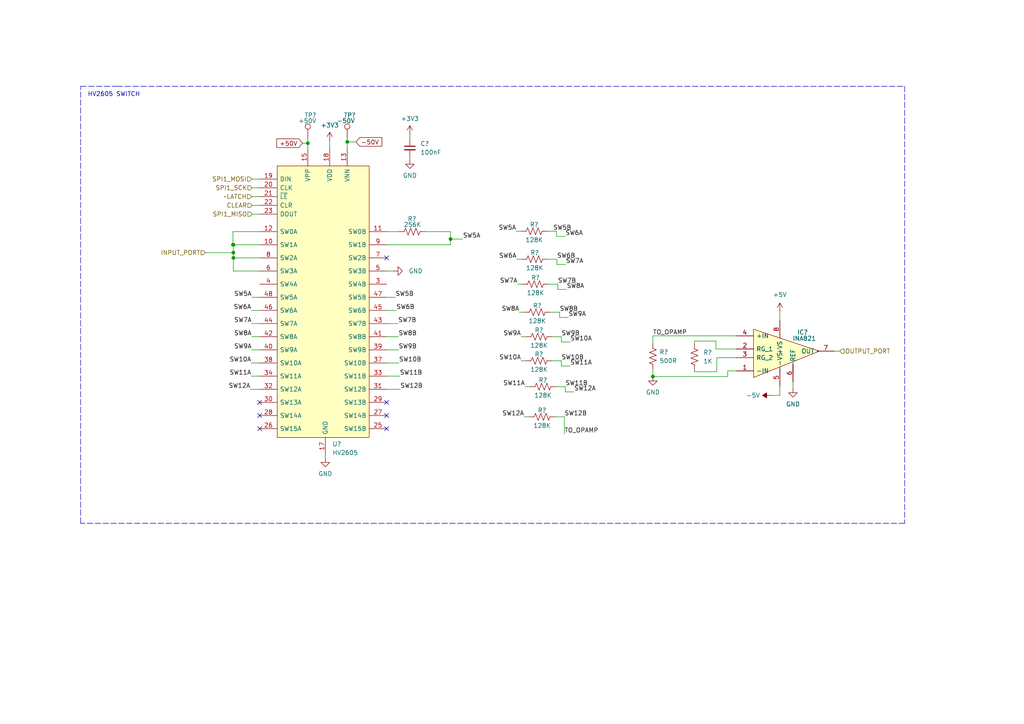
<source format=kicad_sch>
(kicad_sch (version 20211123) (generator eeschema)
  (paper "A4")
  (lib_symbols
    (symbol "Connector:TestPoint" (pin_numbers hide) (pin_names (offset 0.762) hide)
      (property "Reference" "TP" (at 0 6.858 0))
      (property "Value" "TestPoint" (at 0 5.08 0))
      (symbol "TestPoint_0_1"
        (circle (center 0 3.302) (radius 0.762))
      )
      (symbol "TestPoint_1_1"
        (pin passive line (at 0 0 90) (length 2.54) (name "1") (number "1"))
      )
    )
    (symbol "Device:C_Small" (pin_numbers hide) (pin_names (offset 0.254) hide)
      (property "Reference" "C" (at 0.254 1.778 0))
      (property "Value" "C_Small" (at 0.254 -2.032 0))
      (symbol "C_Small_0_1"
        (polyline (pts (xy -1.524 -0.508) (xy 1.524 -0.508)) (stroke (width 0.3302)))
        (polyline (pts (xy -1.524 0.508) (xy 1.524 0.508)) (stroke (width 0.3048)))
      )
      (symbol "C_Small_1_1"
        (pin passive line (at 0 2.54 270) (length 2.032) (name "~") (number "1"))
        (pin passive line (at 0 -2.54 90) (length 2.032) (name "~") (number "2"))
      )
    )
    (symbol "Device:R_US" (pin_numbers hide) (pin_names (offset 0))
      (property "Reference" "R" (at 2.54 0 90))
      (property "Value" "R_US" (at -2.54 0 90))
      (symbol "R_US_0_1"
        (polyline (pts (xy 0 -2.286) (xy 0 -2.54)))
        (polyline (pts (xy 0 2.286) (xy 0 2.54)))
        (polyline (pts (xy 0 -0.762) (xy 1.016 -1.143) (xy 0 -1.524) (xy -1.016 -1.905) (xy 0 -2.286)))
        (polyline (pts (xy 0 0.762) (xy 1.016 0.381) (xy 0 0) (xy -1.016 -0.381) (xy 0 -0.762)))
        (polyline (pts (xy 0 2.286) (xy 1.016 1.905) (xy 0 1.524) (xy -1.016 1.143) (xy 0 0.762)))
      )
      (symbol "R_US_1_1"
        (pin passive line (at 0 3.81 270) (length 1.27) (name "~") (number "1"))
        (pin passive line (at 0 -3.81 90) (length 1.27) (name "~") (number "2"))
      )
    )
    (symbol "GCL_Integrated-Circuits:HV2605" (pin_names (offset 0.762))
      (property "Reference" "U" (at -52.07 -3.81 0))
      (property "Value" "HV2605" (at -52.07 -6.35 0))
      (symbol "HV2605_0_0"
        (pin no_connect line (at -16.51 -21.59 180) (length 5.08) hide (name "NC_1") (number "1"))
        (pin passive line (at -53.34 -36.83 0) (length 5.08) (name "SW1A") (number "10"))
        (pin passive line (at -16.51 -33.02 180) (length 5.08) (name "SW0B") (number "11"))
        (pin passive line (at -53.34 -33.02 0) (length 5.08) (name "SW0A") (number "12"))
        (pin passive line (at -27.94 -8.89 270) (length 5.08) (name "VNN") (number "13"))
        (pin no_connect line (at -16.51 -26.67 180) (length 5.08) hide (name "NC_3") (number "14"))
        (pin passive line (at -39.37 -8.89 270) (length 5.08) (name "VPP") (number "15"))
        (pin no_connect line (at -16.51 -29.21 180) (length 5.08) hide (name "NC_4") (number "16"))
        (pin passive line (at -34.29 -97.79 90) (length 5.08) (name "GND") (number "17"))
        (pin passive line (at -33.02 -8.89 270) (length 5.08) (name "VDD") (number "18"))
        (pin passive line (at -53.34 -17.78 0) (length 5.08) (name "DIN") (number "19"))
        (pin no_connect line (at -16.51 -24.13 180) (length 5.08) hide (name "NC_2") (number "2"))
        (pin passive line (at -53.34 -20.32 0) (length 5.08) (name "CLK") (number "20"))
        (pin passive line (at -53.34 -22.86 0) (length 5.08) (name "~{LE}") (number "21"))
        (pin passive line (at -53.34 -25.4 0) (length 5.08) (name "CLR") (number "22"))
        (pin passive line (at -53.34 -27.94 0) (length 5.08) (name "DOUT") (number "23"))
        (pin passive line (at -16.51 -90.17 180) (length 5.08) (name "SW15B") (number "25"))
        (pin passive line (at -53.34 -90.17 0) (length 5.08) (name "SW15A") (number "26"))
        (pin passive line (at -16.51 -86.36 180) (length 5.08) (name "SW14B") (number "27"))
        (pin passive line (at -53.34 -86.36 0) (length 5.08) (name "SW14A") (number "28"))
        (pin passive line (at -16.51 -82.55 180) (length 5.08) (name "SW13B") (number "29"))
        (pin passive line (at -16.51 -48.26 180) (length 5.08) (name "SW4B") (number "3"))
        (pin passive line (at -53.34 -82.55 0) (length 5.08) (name "SW13A") (number "30"))
        (pin passive line (at -16.51 -78.74 180) (length 5.08) (name "SW12B") (number "31"))
        (pin passive line (at -53.34 -78.74 0) (length 5.08) (name "SW12A") (number "32"))
        (pin passive line (at -16.51 -74.93 180) (length 5.08) (name "SW11B") (number "33"))
        (pin passive line (at -53.34 -74.93 0) (length 5.08) (name "SW11A") (number "34"))
        (pin no_connect line (at -16.51 -16.51 180) (length 5.08) hide (name "NC_6") (number "35"))
        (pin no_connect line (at -24.13 -8.89 270) (length 5.08) hide (name "NC_7") (number "36"))
        (pin passive line (at -16.51 -71.12 180) (length 5.08) (name "SW10B") (number "37"))
        (pin passive line (at -53.34 -71.12 0) (length 5.08) (name "SW10A") (number "38"))
        (pin passive line (at -16.51 -67.31 180) (length 5.08) (name "SW9B") (number "39"))
        (pin passive line (at -53.34 -48.26 0) (length 5.08) (name "SW4A") (number "4"))
        (pin passive line (at -53.34 -67.31 0) (length 5.08) (name "SW9A") (number "40"))
        (pin passive line (at -16.51 -63.5 180) (length 5.08) (name "SW8B") (number "41"))
        (pin passive line (at -53.34 -63.5 0) (length 5.08) (name "SW8A") (number "42"))
        (pin passive line (at -16.51 -59.69 180) (length 5.08) (name "SW7B") (number "43"))
        (pin passive line (at -53.34 -59.69 0) (length 5.08) (name "SW7A") (number "44"))
        (pin passive line (at -16.51 -55.88 180) (length 5.08) (name "SW6B") (number "45"))
        (pin passive line (at -53.34 -55.88 0) (length 5.08) (name "SW6A") (number "46"))
        (pin passive line (at -16.51 -52.07 180) (length 5.08) (name "SW5B") (number "47"))
        (pin passive line (at -53.34 -52.07 0) (length 5.08) (name "SW5A") (number "48"))
        (pin passive line (at -16.51 -44.45 180) (length 5.08) (name "SW3B") (number "5"))
        (pin passive line (at -53.34 -44.45 0) (length 5.08) (name "SW3A") (number "6"))
        (pin passive line (at -16.51 -40.64 180) (length 5.08) (name "SW2B") (number "7"))
        (pin passive line (at -53.34 -40.64 0) (length 5.08) (name "SW2A") (number "8"))
        (pin passive line (at -16.51 -36.83 180) (length 5.08) (name "SW1B") (number "9"))
      )
      (symbol "HV2605_0_1"
        (rectangle (start -48.26 -13.97) (end -21.59 -92.71) (fill (type background)))
        (pin no_connect line (at -16.51 -19.05 180) (length 5.08) hide (name "NC_5") (number "24"))
      )
    )
    (symbol "GCL_Integrated-Circuits:INA821" (pin_names (offset 0.762))
      (property "Reference" "IC" (at 24.13 7.62 0))
      (property "Value" "INA821" (at 24.13 5.08 0))
      (symbol "INA821_0_0"
        (pin input line (at 0 -9.525 0) (length 5.08) (name "-IN") (number "1"))
        (pin passive line (at 0 -3.175 0) (length 5.08) (name "RG_1") (number "2"))
        (pin passive line (at 0 -5.715 0) (length 5.08) (name "RG_2") (number "3"))
        (pin input line (at 0 0.635 0) (length 5.08) (name "+IN") (number "4"))
        (pin power_in line (at 12.7 -13.97 90) (length 5.08) (name "-VS") (number "5"))
        (pin passive line (at 16.51 -12.7 90) (length 5.08) (name "REF") (number "6"))
        (pin output line (at 28.575 -3.81 180) (length 5.08) (name "OUT") (number "7"))
        (pin power_in line (at 12.7 5.08 270) (length 5.08) (name "+VS") (number "8"))
      )
      (symbol "INA821_0_1"
        (polyline (pts (xy 5.08 2.54) (xy 5.08 -11.43)))
        (polyline (pts (xy 12.7 -10.16) (xy 12.7 -8.89)))
        (polyline (pts (xy 12.7 -8.89) (xy 12.7 -8.255)))
        (polyline (pts (xy 16.51 -10.16) (xy 16.51 -6.985)))
        (polyline (pts (xy 5.08 2.54) (xy 24.13 -3.81) (xy 5.08 -11.43)) (fill (type background)))
      )
    )
    (symbol "power:+3.3V" (power) (pin_names (offset 0))
      (property "Value" "+3.3V" (at 0 3.556 0))
      (symbol "+3.3V_0_1"
        (polyline (pts (xy -0.762 1.27) (xy 0 2.54)))
        (polyline (pts (xy 0 0) (xy 0 2.54)))
        (polyline (pts (xy 0 2.54) (xy 0.762 1.27)))
      )
      (symbol "+3.3V_1_1"
        (pin power_in line (at 0 0 90) (length 0) hide (name "+3V3") (number "1"))
      )
    )
    (symbol "power:+5V" (power) (pin_names (offset 0))
      (property "Value" "+5V" (at 0 3.556 0))
      (symbol "+5V_0_1"
        (polyline (pts (xy -0.762 1.27) (xy 0 2.54)))
        (polyline (pts (xy 0 0) (xy 0 2.54)))
        (polyline (pts (xy 0 2.54) (xy 0.762 1.27)))
      )
      (symbol "+5V_1_1"
        (pin power_in line (at 0 0 90) (length 0) hide (name "+5V") (number "1"))
      )
    )
    (symbol "power:-5V" (power) (pin_names (offset 0))
      (property "Value" "-5V" (at 0 3.81 0))
      (symbol "-5V_0_0"
        (pin power_in line (at 0 0 90) (length 0) hide (name "-5V") (number "1"))
      )
      (symbol "-5V_0_1"
        (polyline (pts (xy 0 0) (xy 0 1.27) (xy 0.762 1.27) (xy 0 2.54) (xy -0.762 1.27) (xy 0 1.27)) (fill (type outline)))
      )
    )
    (symbol "power:GND" (power) (pin_names (offset 0))
      (property "Value" "GND" (at 0 -3.81 0))
      (symbol "GND_0_1"
        (polyline (pts (xy 0 0) (xy 0 -1.27) (xy 1.27 -1.27) (xy 0 -2.54) (xy -1.27 -1.27) (xy 0 -1.27)))
      )
      (symbol "GND_1_1"
        (pin power_in line (at 0 0 270) (length 0) hide (name "GND") (number "1"))
      )
    )
  )
  (junction (at 189.357 109.22))
  (junction (at 100.711 41.148))
  (junction (at 67.564 70.993))
  (junction (at 67.691 74.803))
  (junction (at 67.691 73.279))
  (junction (at 130.683 69.342))
  (junction (at 67.691 70.993))
  (junction (at 89.281 41.529))
  (no_connect (at 75.311 116.713))
  (no_connect (at 75.311 120.523))
  (no_connect (at 75.311 124.333))
  (no_connect (at 112.141 116.713))
  (no_connect (at 112.141 124.333))
  (no_connect (at 112.141 120.523))
  (no_connect (at 112.141 74.803))
  (wire (pts (xy 163.703 120.904) (xy 163.703 125.857)))
  (wire (pts (xy 158.877 75.184) (xy 161.544 75.184)))
  (wire (pts (xy 150.114 82.423) (xy 151.511 82.423)))
  (wire (pts (xy 73.025 86.233) (xy 75.311 86.233)))
  (wire (pts (xy 73.025 101.473) (xy 75.311 101.473)))
  (wire (pts (xy 67.691 70.993) (xy 67.691 73.279)))
  (wire (pts (xy 67.691 74.803) (xy 75.311 74.803)))
  (wire (pts (xy 189.357 109.22) (xy 189.357 107.188)))
  (wire (pts (xy 150.622 90.551) (xy 152.019 90.551)))
  (wire (pts (xy 162.306 90.551) (xy 162.306 92.075)))
  (wire (pts (xy 73.152 62.103) (xy 75.311 62.103)))
  (wire (pts (xy 100.711 41.148) (xy 100.711 43.053)))
  (wire (pts (xy 211.074 107.569) (xy 211.074 109.22)))
  (wire (pts (xy 112.141 78.613) (xy 114.173 78.613)))
  (polyline (pts (xy 23.368 25.019) (xy 34.544 25.019)))
  (wire (pts (xy 207.645 98.933) (xy 207.645 101.219)))
  (wire (pts (xy 159.639 90.551) (xy 162.306 90.551)))
  (wire (pts (xy 130.683 69.342) (xy 134.239 69.342)))
  (wire (pts (xy 151.13 97.663) (xy 152.527 97.663)))
  (wire (pts (xy 161.798 83.947) (xy 164.338 83.947)))
  (wire (pts (xy 112.141 86.233) (xy 114.681 86.233)))
  (wire (pts (xy 211.074 109.22) (xy 189.357 109.22)))
  (polyline (pts (xy 23.368 151.765) (xy 23.368 25.019)))
  (wire (pts (xy 72.644 112.903) (xy 75.311 112.903)))
  (wire (pts (xy 67.564 70.993) (xy 67.564 67.183)))
  (wire (pts (xy 152.019 120.904) (xy 153.416 120.904)))
  (wire (pts (xy 130.683 69.342) (xy 130.683 67.183)))
  (wire (pts (xy 118.872 38.989) (xy 118.872 40.386)))
  (wire (pts (xy 67.564 67.183) (xy 75.311 67.183)))
  (wire (pts (xy 89.281 40.005) (xy 89.281 41.529)))
  (wire (pts (xy 161.544 76.708) (xy 164.084 76.708)))
  (polyline (pts (xy 262.382 151.765) (xy 23.368 151.765)))
  (wire (pts (xy 161.29 112.141) (xy 163.957 112.141)))
  (wire (pts (xy 67.691 73.279) (xy 67.691 74.803)))
  (wire (pts (xy 226.187 90.424) (xy 226.187 92.964)))
  (wire (pts (xy 112.141 67.183) (xy 115.697 67.183)))
  (wire (pts (xy 112.141 93.853) (xy 115.443 93.853)))
  (wire (pts (xy 242.062 101.854) (xy 243.586 101.854)))
  (wire (pts (xy 149.86 75.184) (xy 151.257 75.184)))
  (wire (pts (xy 112.141 70.993) (xy 130.683 70.993)))
  (wire (pts (xy 189.357 97.409) (xy 213.487 97.409)))
  (wire (pts (xy 72.898 109.093) (xy 75.311 109.093)))
  (wire (pts (xy 207.645 101.219) (xy 213.487 101.219)))
  (wire (pts (xy 72.898 90.043) (xy 75.311 90.043)))
  (wire (pts (xy 160.147 97.663) (xy 162.814 97.663)))
  (wire (pts (xy 207.899 103.759) (xy 207.899 107.823)))
  (wire (pts (xy 163.957 113.665) (xy 166.497 113.665)))
  (wire (pts (xy 213.487 107.569) (xy 211.074 107.569)))
  (wire (pts (xy 163.957 112.141) (xy 163.957 113.665)))
  (wire (pts (xy 201.422 107.315) (xy 201.422 107.823)))
  (wire (pts (xy 161.798 82.423) (xy 161.798 83.947)))
  (polyline (pts (xy 33.909 25.019) (xy 262.382 25.019)))
  (wire (pts (xy 112.141 101.473) (xy 115.57 101.473)))
  (wire (pts (xy 112.141 109.093) (xy 115.951 109.093)))
  (wire (pts (xy 73.152 54.483) (xy 75.311 54.483)))
  (wire (pts (xy 112.141 90.043) (xy 114.935 90.043)))
  (wire (pts (xy 162.814 99.187) (xy 165.354 99.187)))
  (wire (pts (xy 100.711 40.005) (xy 100.711 41.148)))
  (wire (pts (xy 73.025 57.023) (xy 75.311 57.023)))
  (wire (pts (xy 159.131 82.423) (xy 161.798 82.423)))
  (wire (pts (xy 130.683 70.993) (xy 130.683 69.342)))
  (wire (pts (xy 161.417 68.58) (xy 163.957 68.58)))
  (wire (pts (xy 112.141 105.283) (xy 115.697 105.283)))
  (wire (pts (xy 207.899 107.823) (xy 201.422 107.823)))
  (wire (pts (xy 73.025 97.663) (xy 75.311 97.663)))
  (wire (pts (xy 162.306 92.075) (xy 164.846 92.075)))
  (wire (pts (xy 226.187 114.681) (xy 226.187 112.014)))
  (wire (pts (xy 95.631 40.894) (xy 95.631 43.053)))
  (wire (pts (xy 59.563 73.279) (xy 67.691 73.279)))
  (wire (pts (xy 201.422 98.933) (xy 207.645 98.933)))
  (wire (pts (xy 201.422 99.695) (xy 201.422 98.933)))
  (wire (pts (xy 87.757 41.529) (xy 89.281 41.529)))
  (wire (pts (xy 112.141 112.903) (xy 116.078 112.903)))
  (wire (pts (xy 213.487 103.759) (xy 207.899 103.759)))
  (wire (pts (xy 75.311 78.613) (xy 67.691 78.613)))
  (wire (pts (xy 100.711 41.148) (xy 103.251 41.148)))
  (wire (pts (xy 118.872 45.466) (xy 118.872 46.355)))
  (wire (pts (xy 94.361 131.953) (xy 94.361 132.842)))
  (wire (pts (xy 72.898 105.283) (xy 75.311 105.283)))
  (wire (pts (xy 161.417 67.056) (xy 161.417 68.58)))
  (wire (pts (xy 161.544 75.184) (xy 161.544 76.708)))
  (wire (pts (xy 89.281 41.529) (xy 89.281 43.053)))
  (wire (pts (xy 229.997 110.744) (xy 229.997 112.649)))
  (wire (pts (xy 149.733 67.056) (xy 151.13 67.056)))
  (wire (pts (xy 162.814 104.648) (xy 162.814 106.172)))
  (wire (pts (xy 130.683 67.183) (xy 123.317 67.183)))
  (wire (pts (xy 67.564 70.993) (xy 67.691 70.993)))
  (wire (pts (xy 161.036 120.904) (xy 163.703 120.904)))
  (wire (pts (xy 152.273 112.141) (xy 153.67 112.141)))
  (wire (pts (xy 73.025 93.853) (xy 75.311 93.853)))
  (wire (pts (xy 67.691 74.803) (xy 67.691 78.613)))
  (wire (pts (xy 160.147 104.648) (xy 162.814 104.648)))
  (wire (pts (xy 73.025 51.943) (xy 75.311 51.943)))
  (wire (pts (xy 223.647 114.681) (xy 226.187 114.681)))
  (wire (pts (xy 151.13 104.648) (xy 152.527 104.648)))
  (polyline (pts (xy 262.382 25.019) (xy 262.382 151.765)))
  (wire (pts (xy 73.152 59.563) (xy 75.311 59.563)))
  (wire (pts (xy 158.75 67.056) (xy 161.417 67.056)))
  (wire (pts (xy 112.141 97.663) (xy 115.57 97.663)))
  (wire (pts (xy 67.691 70.993) (xy 75.311 70.993)))
  (wire (pts (xy 189.357 99.568) (xy 189.357 97.409)))
  (wire (pts (xy 162.814 106.172) (xy 165.354 106.172)))
  (wire (pts (xy 162.814 97.663) (xy 162.814 99.187)))
  (text "HV2605 SWITCH\n" (at 25.4 28.194 0) (effects (font (size 1.27 1.27)) (justify left bottom)))
  (label "SW6A" (at 72.898 90.043 180))
  (label "SW8B" (at 162.306 90.551 0))
  (label "SW9B" (at 115.57 101.473 0))
  (label "SW7B" (at 161.798 82.423 0))
  (label "SW8A" (at 164.338 83.947 0))
  (label "SW5A" (at 134.239 69.342 0))
  (label "SW11A" (at 165.354 106.172 0))
  (label "SW10A" (at 151.13 104.648 180))
  (label "SW12B" (at 116.078 112.903 0))
  (label "SW10B" (at 115.697 105.283 0))
  (label "SW5A" (at 149.733 67.056 180))
  (label "SW11A" (at 72.898 109.093 180))
  (label "SW11B" (at 115.951 109.093 0))
  (label "SW8A" (at 73.025 97.663 180))
  (label "SW6B" (at 114.935 90.043 0))
  (label "SW9B" (at 162.814 97.663 0))
  (label "SW6B" (at 161.544 75.184 0))
  (label "TO_OPAMP" (at 163.703 125.857 0))
  (label "SW7A" (at 164.084 76.708 0))
  (label "SW12A" (at 166.497 113.665 0))
  (label "SW7A" (at 73.025 93.853 180))
  (label "SW7B" (at 115.443 93.853 0))
  (label "SW10A" (at 72.898 105.283 180))
  (label "SW6A" (at 149.86 75.184 180))
  (label "SW5A" (at 73.025 86.233 180))
  (label "SW5B" (at 114.681 86.233 0))
  (label "SW11B" (at 163.957 112.141 0))
  (label "SW11A" (at 152.273 112.141 180))
  (label "SW12A" (at 152.019 120.904 180))
  (label "SW9A" (at 164.846 92.075 0))
  (label "SW10A" (at 165.354 99.187 0))
  (label "SW9A" (at 151.13 97.663 180))
  (label "SW10B" (at 162.814 104.648 0))
  (label "SW8A" (at 150.622 90.551 180))
  (label "SW7A" (at 150.114 82.423 180))
  (label "SW9A" (at 73.025 101.473 180))
  (label "SW5B" (at 160.401 67.056 0))
  (label "SW8B" (at 115.57 97.663 0))
  (label "SW12B" (at 163.703 120.904 0))
  (label "TO_OPAMP" (at 189.357 97.409 0))
  (label "SW12A" (at 72.644 112.903 180))
  (label "SW6A" (at 163.957 68.58 0))
  (global_label "+50V" (shape input) (at 87.757 41.529 180) (property "Intersheet References" "${INTERSHEET_REFS}" (effects hide)))
  (global_label "-50V" (shape input) (at 103.251 41.148 0) (property "Intersheet References" "${INTERSHEET_REFS}" (effects hide)))
  (hierarchical_label "SPI1_MOSI" (shape input) (at 73.025 51.943 180))
  (hierarchical_label "INPUT_PORT" (shape input) (at 59.563 73.279 180))
  (hierarchical_label "OUTPUT_PORT" (shape input) (at 243.586 101.854 0))
  (hierarchical_label "CLEAR" (shape input) (at 73.152 59.563 180))
  (hierarchical_label "SPI1_SCK" (shape input) (at 73.152 54.483 180))
  (hierarchical_label "~LATCH" (shape input) (at 73.025 57.023 180))
  (hierarchical_label "SPI1_MISO" (shape input) (at 73.152 62.103 180))
  (symbol (lib_id "Device:R_US") (at 119.507 67.183 90)
    (property "Reference" "R?" (at 119.507 63.5 90))
    (property "Value" "256K" (at 119.634 65.151 90))
  )
  (symbol (lib_id "GCL_Integrated-Circuits:HV2605") (at 128.651 34.163 0)
    (property "Reference" "U?" (at 96.3804 128.778 0) (effects (justify left)))
    (property "Value" "HV2605" (at 96.3804 131.318 0) (effects (justify left)))
    (property "Footprint" "QFP50P900X900X160-48N" (effects hide))
    (property "Description" "Analog Switch ICs 16-CH LOW HARMONIC DISTORTION 200V SPST ANALOG SWITCH WITHOUT BLEED RESISTORS" (effects hide))
    (property "Height" "1.6" (effects hide))
    (property "Mouser Part Number" "579-HV2605TQ-G" (effects hide))
    (property "Mouser Price/Stock" "https://www.mouser.co.uk/ProductDetail/Microchip-Technology/HV2605TQ-G?qs=ljCeji4nMDkmIYYqNMNrLQ%3D%3D" (effects hide))
    (property "Manufacturer_Name" "Microchip" (effects hide))
    (property "Manufacturer_Part_Number" "HV2605TQ-G" (effects hide))
  )
  (symbol (lib_id "Device:R_US") (at 157.226 120.904 90)
    (property "Reference" "R?" (at 157.226 118.999 90))
    (property "Value" "128K" (at 157.226 123.444 90))
  )
  (symbol (lib_id "Device:R_US") (at 189.357 103.378 0)
    (property "Reference" "R?" (at 191.262 102.1079 0) (effects (justify left)))
    (property "Value" "500R" (at 191.262 104.6479 0) (effects (justify left)))
  )
  (symbol (lib_id "Device:C_Small") (at 118.872 42.926 0)
    (property "Reference" "C?" (at 121.92 41.6622 0) (effects (justify left)))
    (property "Value" "100nF" (at 121.92 44.2022 0) (effects (justify left)))
  )
  (symbol (lib_id "power:+5V") (at 226.187 90.424 0)
    (property "Reference" "#PWR?" (effects hide))
    (property "Value" "+5V" (at 226.187 85.471 0))
  )
  (symbol (lib_id "power:+3.3V") (at 95.631 40.894 0)
    (property "Reference" "#PWR?" (effects hide))
    (property "Value" "+3.3V" (at 95.631 36.322 0))
  )
  (symbol (lib_id "Device:R_US") (at 201.422 103.505 0)
    (property "Reference" "R?" (at 203.962 102.2349 0) (effects (justify left)))
    (property "Value" "1K" (at 203.962 104.7749 0) (effects (justify left)))
  )
  (symbol (lib_id "Device:R_US") (at 155.321 82.423 90)
    (property "Reference" "R?" (at 155.321 80.518 90))
    (property "Value" "128K" (at 155.321 84.963 90))
  )
  (symbol (lib_id "Device:R_US") (at 157.48 112.141 90)
    (property "Reference" "R?" (at 157.48 110.236 90))
    (property "Value" "128K" (at 157.48 114.681 90))
  )
  (symbol (lib_id "Device:R_US") (at 156.337 104.648 90)
    (property "Reference" "R?" (at 156.337 102.743 90))
    (property "Value" "128K" (at 156.337 107.188 90))
  )
  (symbol (lib_id "power:GND") (at 114.173 78.613 90)
    (property "Reference" "#PWR?" (effects hide))
    (property "Value" "GND" (at 118.491 78.6129 90) (effects (justify right)))
  )
  (symbol (lib_id "power:GND") (at 94.361 132.842 0)
    (property "Reference" "#PWR?" (effects hide))
    (property "Value" "GND" (at 94.361 137.414 0))
  )
  (symbol (lib_id "power:GND") (at 189.357 109.22 0)
    (property "Reference" "#PWR?" (effects hide))
    (property "Value" "GND" (at 189.357 113.792 0))
  )
  (symbol (lib_id "Device:R_US") (at 155.067 75.184 90)
    (property "Reference" "R?" (at 155.067 73.279 90))
    (property "Value" "128K" (at 155.067 77.724 90))
  )
  (symbol (lib_id "power:+3.3V") (at 118.872 38.989 0)
    (property "Reference" "#PWR?" (effects hide))
    (property "Value" "+3.3V" (at 118.872 34.417 0))
  )
  (symbol (lib_id "Connector:TestPoint") (at 89.281 40.005 0)
    (property "Reference" "TP?" (at 88.265 33.401 0) (effects (justify left)))
    (property "Value" "+50V" (at 86.487 35.052 0) (effects (justify left)))
  )
  (symbol (lib_id "power:GND") (at 229.997 112.649 0)
    (property "Reference" "#PWR?" (effects hide))
    (property "Value" "GND" (at 229.997 117.221 0))
  )
  (symbol (lib_id "Device:R_US") (at 154.94 67.056 90)
    (property "Reference" "R?" (at 154.94 65.151 90))
    (property "Value" "128K" (at 154.94 69.596 90))
  )
  (symbol (lib_id "Device:R_US") (at 156.337 97.663 90)
    (property "Reference" "R?" (at 156.337 95.758 90))
    (property "Value" "128K" (at 156.337 100.203 90))
  )
  (symbol (lib_id "power:GND") (at 118.872 46.355 0)
    (property "Reference" "#PWR?" (effects hide))
    (property "Value" "GND" (at 118.872 50.927 0))
  )
  (symbol (lib_id "GCL_Integrated-Circuits:INA821") (at 213.487 98.044 0)
    (property "Reference" "IC?" (at 232.791 96.393 0))
    (property "Value" "INA821" (at 233.299 98.171 0))
    (property "Footprint" "SOP65P490X110-8N" (effects hide))
    (property "Datasheet" "http://www.ti.com/lit/ds/symlink/ina821.pdf" (effects hide))
    (property "Description" "Instrumentation Amplifiers 35- V offset, 7-nV/ Hz noise, low-power, precision instrumentation amplifier 8-VSSOP -40 to 125" (effects hide))
    (property "Height" "1.1" (effects hide))
    (property "Mouser Part Number" "595-INA821IDGKT" (effects hide))
    (property "Mouser Price/Stock" "https://www.mouser.co.uk/ProductDetail/Texas-Instruments/INA821IDGKT?qs=LDGDZb5k%2F%252B8diOW5CeiHfQ%3D%3D" (effects hide))
    (property "Manufacturer_Name" "Texas Instruments" (effects hide))
    (property "Manufacturer_Part_Number" "INA821IDGKT" (effects hide))
  )
  (symbol (lib_id "Device:R_US") (at 155.829 90.551 90)
    (property "Reference" "R?" (at 155.829 88.646 90))
    (property "Value" "128K" (at 155.829 93.091 90))
  )
  (symbol (lib_id "power:-5V") (at 223.647 114.681 90)
    (property "Reference" "#PWR?" (effects hide))
    (property "Value" "-5V" (at 220.472 114.6809 90) (effects (justify left)))
  )
  (symbol (lib_id "Connector:TestPoint") (at 100.711 40.005 0)
    (property "Reference" "TP?" (at 99.695 33.401 0) (effects (justify left)))
    (property "Value" "-50V" (at 97.663 35.052 0) (effects (justify left)))
  )
)
</source>
